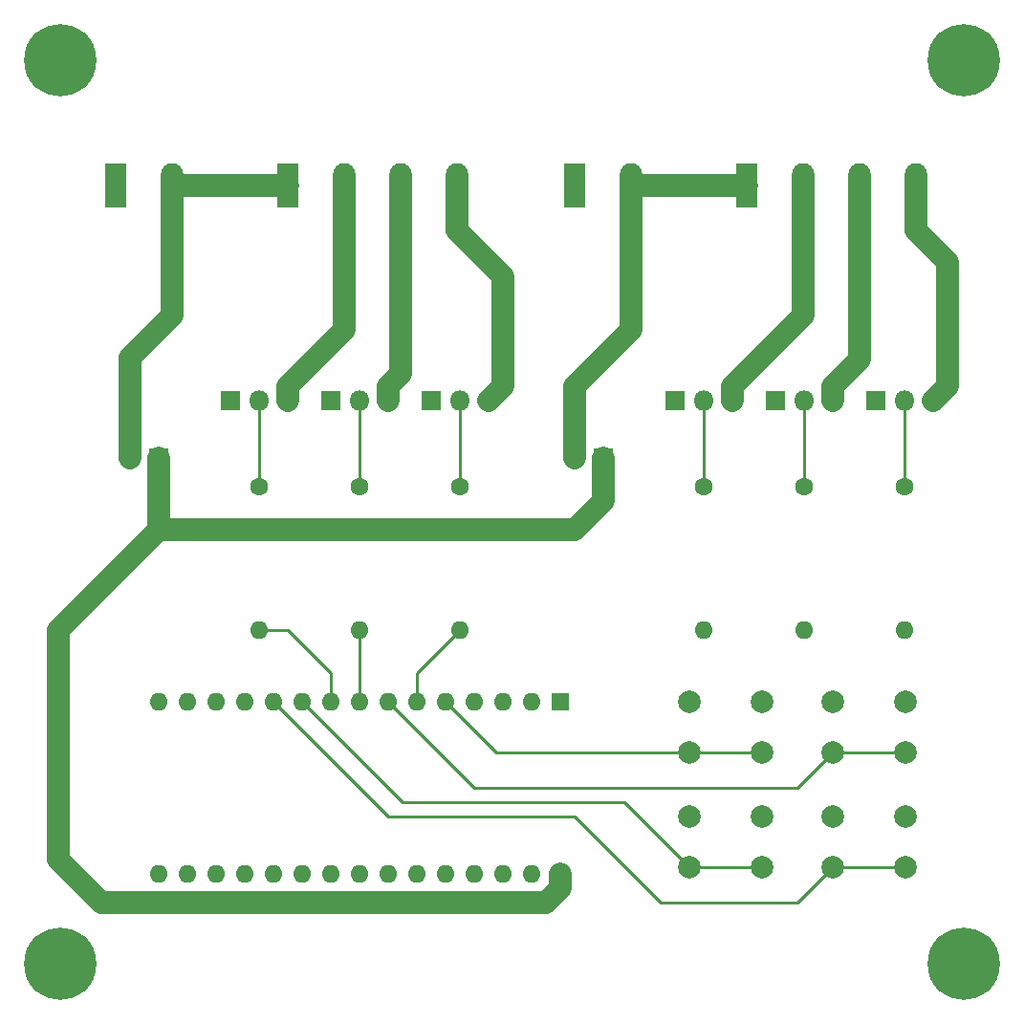
<source format=gtl>
G04 #@! TF.GenerationSoftware,KiCad,Pcbnew,5.1.4*
G04 #@! TF.CreationDate,2019-11-07T18:24:18+01:00*
G04 #@! TF.ProjectId,nano-rgb,6e616e6f-2d72-4676-922e-6b696361645f,rev?*
G04 #@! TF.SameCoordinates,Original*
G04 #@! TF.FileFunction,Copper,L1,Top*
G04 #@! TF.FilePolarity,Positive*
%FSLAX46Y46*%
G04 Gerber Fmt 4.6, Leading zero omitted, Abs format (unit mm)*
G04 Created by KiCad (PCBNEW 5.1.4) date 2019-11-07 18:24:18*
%MOMM*%
%LPD*%
G04 APERTURE LIST*
%ADD10C,6.400000*%
%ADD11C,2.000000*%
%ADD12C,1.600000*%
%ADD13O,1.600000X1.600000*%
%ADD14R,1.600000X1.600000*%
%ADD15R,1.980000X3.960000*%
%ADD16O,1.980000X3.960000*%
%ADD17R,1.700000X1.700000*%
%ADD18O,1.700000X1.700000*%
%ADD19O,1.800000X1.800000*%
%ADD20R,1.800000X1.800000*%
%ADD21C,0.250000*%
%ADD22C,2.000000*%
G04 APERTURE END LIST*
D10*
X145000000Y-145000000D03*
X225000000Y-145000000D03*
X225000000Y-65000000D03*
X145000000Y-65000000D03*
D11*
X200660000Y-126340000D03*
X200660000Y-121840000D03*
X207160000Y-126340000D03*
X207160000Y-121840000D03*
X219860000Y-132000000D03*
X219860000Y-136500000D03*
X213360000Y-132000000D03*
X213360000Y-136500000D03*
D12*
X219710000Y-102790000D03*
D13*
X219710000Y-115490000D03*
D14*
X189230000Y-121840000D03*
D13*
X156210000Y-137080000D03*
X186690000Y-121840000D03*
X158750000Y-137080000D03*
X184150000Y-121840000D03*
X161290000Y-137080000D03*
X181610000Y-121840000D03*
X163830000Y-137080000D03*
X179070000Y-121840000D03*
X166370000Y-137080000D03*
X176530000Y-121840000D03*
X168910000Y-137080000D03*
X173990000Y-121840000D03*
X171450000Y-137080000D03*
X171450000Y-121840000D03*
X173990000Y-137080000D03*
X168910000Y-121840000D03*
X176530000Y-137080000D03*
X166370000Y-121840000D03*
X179070000Y-137080000D03*
X163830000Y-121840000D03*
X181610000Y-137080000D03*
X161290000Y-121840000D03*
X184150000Y-137080000D03*
X158750000Y-121840000D03*
X186690000Y-137080000D03*
X156210000Y-121840000D03*
X189230000Y-137080000D03*
X153670000Y-121840000D03*
X153670000Y-137080000D03*
D15*
X149860000Y-76120000D03*
D16*
X154860000Y-76120000D03*
D15*
X165100000Y-76120000D03*
D16*
X170100000Y-76120000D03*
X180100000Y-76120000D03*
X175100000Y-76120000D03*
X195500000Y-76120000D03*
D15*
X190500000Y-76120000D03*
D16*
X215740000Y-76120000D03*
X220740000Y-76120000D03*
X210740000Y-76120000D03*
D15*
X205740000Y-76120000D03*
D17*
X153670000Y-100250000D03*
D18*
X151130000Y-100250000D03*
X190500000Y-100250000D03*
D17*
X193040000Y-100250000D03*
D13*
X162560000Y-115490000D03*
D12*
X162560000Y-102790000D03*
X171450000Y-102790000D03*
D13*
X171450000Y-115490000D03*
X180340000Y-115490000D03*
D12*
X180340000Y-102790000D03*
X201930000Y-102790000D03*
D13*
X201930000Y-115490000D03*
X210820000Y-115490000D03*
D12*
X210820000Y-102790000D03*
D11*
X219860000Y-121840000D03*
X219860000Y-126340000D03*
X213360000Y-121840000D03*
X213360000Y-126340000D03*
X200660000Y-136500000D03*
X200660000Y-132000000D03*
X207160000Y-136500000D03*
X207160000Y-132000000D03*
D19*
X165100000Y-95170000D03*
X162560000Y-95170000D03*
D20*
X160020000Y-95170000D03*
X168910000Y-95170000D03*
D19*
X171450000Y-95170000D03*
X173990000Y-95170000D03*
D20*
X177800000Y-95170000D03*
D19*
X180340000Y-95170000D03*
X182880000Y-95170000D03*
X204470000Y-95170000D03*
X201930000Y-95170000D03*
D20*
X199390000Y-95170000D03*
X208280000Y-95170000D03*
D19*
X210820000Y-95170000D03*
X213360000Y-95170000D03*
X222250000Y-95170000D03*
X219710000Y-95170000D03*
D20*
X217170000Y-95170000D03*
D21*
X205745787Y-126340000D02*
X200660000Y-126340000D01*
X207160000Y-126340000D02*
X205745787Y-126340000D01*
X183570000Y-126340000D02*
X179070000Y-121840000D01*
X200660000Y-126340000D02*
X183570000Y-126340000D01*
X176530000Y-121840000D02*
X176530000Y-119300000D01*
X176530000Y-119300000D02*
X180340000Y-115490000D01*
X173990000Y-121840000D02*
X181610000Y-129460000D01*
X210240000Y-129460000D02*
X213360000Y-126340000D01*
X181610000Y-129460000D02*
X210240000Y-129460000D01*
X213360000Y-126340000D02*
X219860000Y-126340000D01*
X171450000Y-115490000D02*
X171450000Y-121840000D01*
X162560000Y-115490000D02*
X165100000Y-115490000D01*
X168910000Y-119300000D02*
X168910000Y-121840000D01*
X165100000Y-115490000D02*
X168910000Y-119300000D01*
X205745787Y-136500000D02*
X200660000Y-136500000D01*
X207160000Y-136500000D02*
X205745787Y-136500000D01*
X200660000Y-136500000D02*
X194890000Y-130730000D01*
X175260000Y-130730000D02*
X166370000Y-121840000D01*
X194890000Y-130730000D02*
X175260000Y-130730000D01*
X219860000Y-136500000D02*
X213360000Y-136500000D01*
X163830000Y-121840000D02*
X173990000Y-132000000D01*
X173990000Y-132000000D02*
X190500000Y-132000000D01*
X190500000Y-132000000D02*
X198120000Y-139620000D01*
X210240000Y-139620000D02*
X213360000Y-136500000D01*
X198120000Y-139620000D02*
X210240000Y-139620000D01*
D22*
X189230000Y-138350000D02*
X189230000Y-137080000D01*
X187960000Y-139620000D02*
X189230000Y-138350000D01*
X148590000Y-139620000D02*
X187960000Y-139620000D01*
X148590000Y-139620000D02*
X144780000Y-135810000D01*
X144780000Y-135810000D02*
X144780000Y-115490000D01*
X144780000Y-115490000D02*
X153670000Y-106600000D01*
X153670000Y-106600000D02*
X153670000Y-100250000D01*
X193040000Y-104060000D02*
X193040000Y-100250000D01*
X153670000Y-106600000D02*
X190500000Y-106600000D01*
X190500000Y-106600000D02*
X193040000Y-104060000D01*
X165100000Y-76120000D02*
X154860000Y-76120000D01*
X151130000Y-100250000D02*
X151130000Y-91360000D01*
X154860000Y-87630000D02*
X154860000Y-76120000D01*
X151130000Y-91360000D02*
X154860000Y-87630000D01*
X165100000Y-95170000D02*
X165100000Y-93900000D01*
X170100000Y-88900000D02*
X170100000Y-76120000D01*
X165100000Y-93900000D02*
X170100000Y-88900000D01*
X182880000Y-95170000D02*
X184150000Y-93900000D01*
X184150000Y-84150000D02*
X180100000Y-80100000D01*
X180100000Y-80100000D02*
X180100000Y-76120000D01*
X184150000Y-93900000D02*
X184150000Y-84150000D01*
X173990000Y-95170000D02*
X173990000Y-93900000D01*
X175100000Y-92790000D02*
X175100000Y-76120000D01*
X173990000Y-93900000D02*
X175100000Y-92790000D01*
X195500000Y-76120000D02*
X205740000Y-76120000D01*
X190500000Y-100250000D02*
X190500000Y-93900000D01*
X195500000Y-88900000D02*
X195500000Y-76120000D01*
X190500000Y-93900000D02*
X195500000Y-88900000D01*
X215740000Y-91520000D02*
X215740000Y-87709998D01*
X213360000Y-95170000D02*
X213360000Y-93900000D01*
X215740000Y-87709998D02*
X215740000Y-76120000D01*
X213360000Y-93900000D02*
X215740000Y-91520000D01*
X220740000Y-80100000D02*
X223520000Y-82880000D01*
X220740000Y-76120000D02*
X220740000Y-80100000D01*
X223520000Y-93900000D02*
X222250000Y-95170000D01*
X223520000Y-82880000D02*
X223520000Y-93900000D01*
X210740000Y-87630000D02*
X210740000Y-76120000D01*
X204470000Y-95170000D02*
X204470000Y-93900000D01*
X204470000Y-93900000D02*
X210740000Y-87630000D01*
D21*
X162560000Y-102790000D02*
X162560000Y-95170000D01*
X171450000Y-95170000D02*
X171450000Y-102790000D01*
X180340000Y-102790000D02*
X180340000Y-95170000D01*
X201930000Y-102790000D02*
X201930000Y-95170000D01*
X210820000Y-102790000D02*
X210820000Y-95170000D01*
X219710000Y-102790000D02*
X219710000Y-95170000D01*
M02*

</source>
